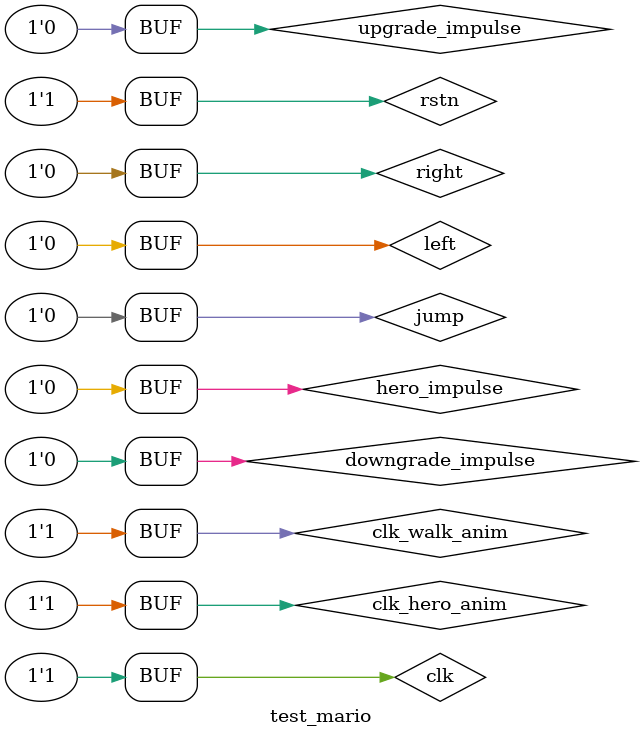
<source format=v>
`timescale 1ns / 1ps


module test_mario;

	// Inputs
	reg clk;
	reg clk_walk_anim;
	reg clk_hero_anim;
	reg rstn;
	reg left;
	reg right;
	reg jump;
	reg upgrade_impulse;
	reg downgrade_impulse;
	reg hero_impulse;

	// Outputs
	wire level;
	wire hero;
	wire [5:0] id;
	wire [10:0] w;
	wire [10:0] h;
	wire [6:0] state;

	// Instantiate the Unit Under Test (UUT)
	Mario uut (
		.clk(clk), 
		.clk_walk_anim(clk_walk_anim), 
		.clk_hero_anim(clk_hero_anim), 
		.rstn(rstn), 
		.left(left), 
		.right(right), 
		.jump(jump), 
		.upgrade_impulse(upgrade_impulse), 
		.downgrade_impulse(downgrade_impulse), 
		.hero_impulse(hero_impulse), 
		.level(level), 
		.hero(hero), 
		.id(id), 
		.w(w), 
		.h(h), 
		.state(state)
	);

	initial begin
		// Initialize Inputs
		rstn = 1;
		left = 0;
		right = 0;
		jump = 0;
		upgrade_impulse = 0;
		downgrade_impulse = 0;
		hero_impulse = 0;
		
		#4;
		rstn = 0;
		#20;
		
		left = 1;
		#20;
		
		right = 1;
		#20;
		
		left = 0;
		#20;
		
		right = 0;
		#50;
		
		jump = 1;
		#20;
		
		jump = 0;
		upgrade_impulse = 1;
		#2;
		upgrade_impulse = 0;
		#20;
		
		downgrade_impulse = 1;
		#2;
		downgrade_impulse = 0;
		#20;
		
		hero_impulse = 1;
		#2;
		hero_impulse = 0;
		#20;
		
		rstn = 1;

		// Wait 100 ns for global reset to finish
		#100;
        
		// Add stimulus here

	end

	always begin
		clk_walk_anim = 0;
		clk_hero_anim = 0;
		clk = 0;
		#2;
		clk = 1;
		#2;
		clk_walk_anim = 1;
		clk_hero_anim = 1;
		clk = 0;
		#2;
		clk = 1;
		#2;
	end
  
endmodule


</source>
